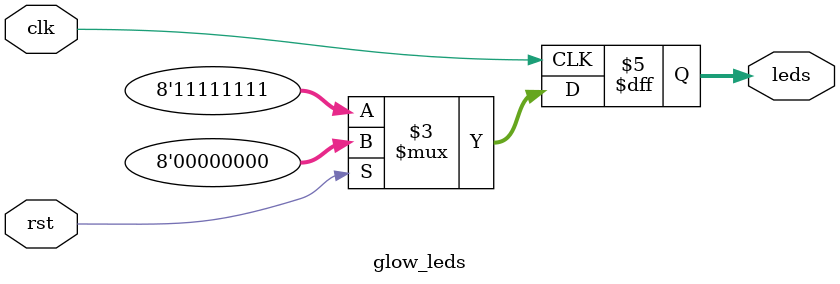
<source format=v>
module glow_leds ( 
input clk,
input rst,
output reg [7:0] leds
);

always @(posedge clk) begin 
    if (rst) begin
	     leds <= 0;
	end  
	else begin
        leds <= 8'b11111111;	
	end 
end
endmodule
</source>
